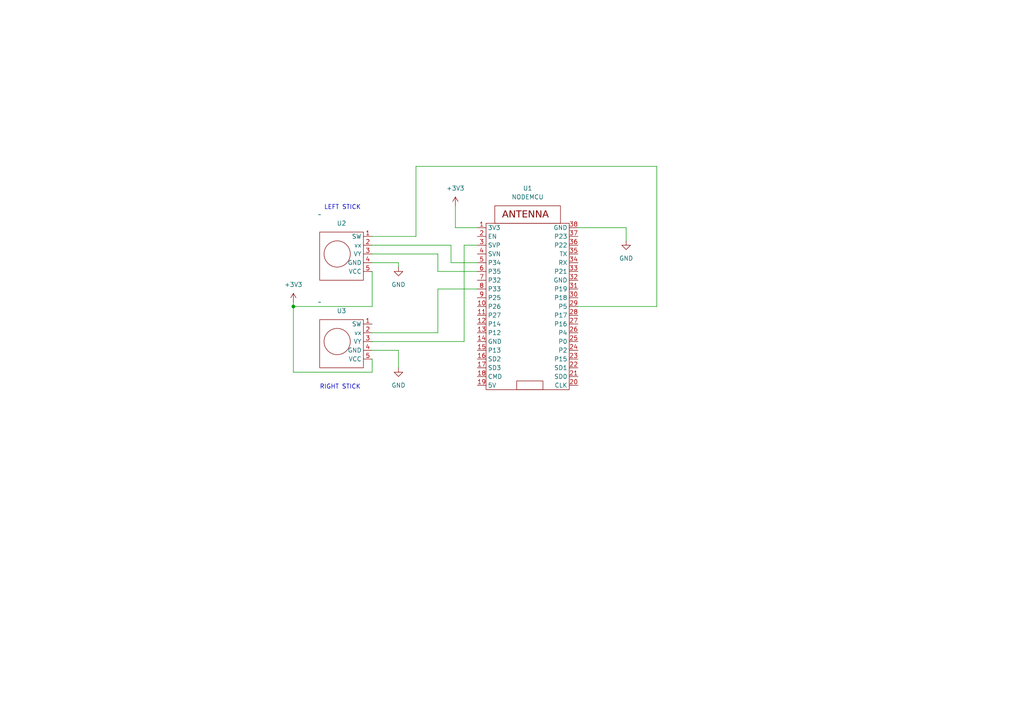
<source format=kicad_sch>
(kicad_sch (version 20230121) (generator eeschema)
  (paper "A4")
  (lib_symbols
    (symbol "custom-modules:AITHINKER-NODEMCU"
      (property "Reference" "U" (at 12.7 8.89 0))
      (property "Value" "NODEMCU" (at 12.7 6.35 0))
      (symbol "AITHINKER-NODEMCU_0_1"
        (rectangle (start 0 0) (end 24.13 -48.26))
        (rectangle (start 2.54 5.08) (end 21.59 0))
      )
      (symbol "AITHINKER-NODEMCU_1_1"
        (rectangle (start 8.89 -45.72) (end 16.51 -48.26))
        (text "ANTENNA" (at 11.43 2.54 0) (effects (font (size 2 2))))
        (pin input line (at -2.54 -1.27 0) (length 2.54) (name "3V3") (number "1"))
        (pin input line (at -2.54 -24.13 0) (length 2.54) (name "P26") (number "10"))
        (pin input line (at -2.54 -26.67 0) (length 2.54) (name "P27") (number "11"))
        (pin input line (at -2.54 -29.21 0) (length 2.54) (name "P14") (number "12"))
        (pin input line (at -2.54 -31.75 0) (length 2.54) (name "P12") (number "13"))
        (pin input line (at -2.54 -34.29 0) (length 2.54) (name "GND") (number "14"))
        (pin input line (at -2.54 -36.83 0) (length 2.54) (name "P13") (number "15"))
        (pin input line (at -2.54 -39.37 0) (length 2.54) (name "SD2") (number "16"))
        (pin input line (at -2.54 -41.91 0) (length 2.54) (name "SD3") (number "17"))
        (pin input line (at -2.54 -44.45 0) (length 2.54) (name "CMD") (number "18"))
        (pin input line (at -2.54 -46.99 0) (length 2.54) (name "5V") (number "19"))
        (pin input line (at -2.54 -3.81 0) (length 2.54) (name "EN") (number "2"))
        (pin input line (at 26.67 -46.99 180) (length 2.54) (name "CLK") (number "20"))
        (pin input line (at 26.67 -44.45 180) (length 2.54) (name "SD0") (number "21"))
        (pin input line (at 26.67 -41.91 180) (length 2.54) (name "SD1") (number "22"))
        (pin input line (at 26.67 -39.37 180) (length 2.54) (name "P15") (number "23"))
        (pin input line (at 26.67 -36.83 180) (length 2.54) (name "P2") (number "24"))
        (pin input line (at 26.67 -34.29 180) (length 2.54) (name "P0") (number "25"))
        (pin input line (at 26.67 -31.75 180) (length 2.54) (name "P4") (number "26"))
        (pin input line (at 26.67 -29.21 180) (length 2.54) (name "P16") (number "27"))
        (pin input line (at 26.67 -26.67 180) (length 2.54) (name "P17") (number "28"))
        (pin input line (at 26.67 -24.13 180) (length 2.54) (name "P5") (number "29"))
        (pin input line (at -2.54 -6.35 0) (length 2.54) (name "SVP") (number "3"))
        (pin input line (at 26.67 -21.59 180) (length 2.54) (name "P18") (number "30"))
        (pin input line (at 26.67 -19.05 180) (length 2.54) (name "P19") (number "31"))
        (pin input line (at 26.67 -16.51 180) (length 2.54) (name "GND") (number "32"))
        (pin input line (at 26.67 -13.97 180) (length 2.54) (name "P21") (number "33"))
        (pin input line (at 26.67 -11.43 180) (length 2.54) (name "RX") (number "34"))
        (pin input line (at 26.67 -8.89 180) (length 2.54) (name "TX") (number "35"))
        (pin input line (at 26.67 -6.35 180) (length 2.54) (name "P22") (number "36"))
        (pin input line (at 26.67 -3.81 180) (length 2.54) (name "P23") (number "37"))
        (pin input line (at 26.67 -1.27 180) (length 2.54) (name "GND") (number "38"))
        (pin input line (at -2.54 -8.89 0) (length 2.54) (name "SVN") (number "4"))
        (pin input line (at -2.54 -11.43 0) (length 2.54) (name "P34") (number "5"))
        (pin input line (at -2.54 -13.97 0) (length 2.54) (name "P35") (number "6"))
        (pin input line (at -2.54 -16.51 0) (length 2.54) (name "P32") (number "7"))
        (pin input line (at -2.54 -19.05 0) (length 2.54) (name "P33") (number "8"))
        (pin input line (at -2.54 -21.59 0) (length 2.54) (name "P25") (number "9"))
      )
    )
    (symbol "custom-modules:gaming-pad"
      (property "Reference" "U" (at 1.27 3.81 0))
      (symbol "gaming-pad_0_1"
        (rectangle (start 1.27 -1.27) (end 13.97 -15.24))
        (circle (center 6.35 -7.62) (radius 3.81))
      )
      (symbol "gaming-pad_1_1"
        (pin input line (at 16.51 -2.54 180) (length 2.54) (name "SW") (number "1"))
        (pin input line (at 16.51 -5.08 180) (length 2.54) (name "vx") (number "2"))
        (pin input line (at 16.51 -7.62 180) (length 2.54) (name "VY") (number "3"))
        (pin input line (at 16.51 -10.16 180) (length 2.54) (name "GND") (number "4"))
        (pin input line (at 16.51 -12.7 180) (length 2.54) (name "VCC") (number "5"))
      )
    )
    (symbol "power:+3V3" (power) (pin_names (offset 0))
      (property "Value" "+3V3" (at 0 3.556 0))
      (symbol "+3V3_0_1"
        (polyline (pts (xy -0.762 1.27) (xy 0 2.54)))
        (polyline (pts (xy 0 0) (xy 0 2.54)))
        (polyline (pts (xy 0 2.54) (xy 0.762 1.27)))
      )
      (symbol "+3V3_1_1"
        (pin power_in line (at 0 0 90) (length 0) hide (name "+3V3") (number "1"))
      )
    )
    (symbol "power:GND" (power) (pin_names (offset 0))
      (property "Value" "GND" (at 0 -3.81 0))
      (symbol "GND_0_1"
        (polyline (pts (xy 0 0) (xy 0 -1.27) (xy 1.27 -1.27) (xy 0 -2.54) (xy -1.27 -1.27) (xy 0 -1.27)))
      )
      (symbol "GND_1_1"
        (pin power_in line (at 0 0 270) (length 0) hide (name "GND") (number "1"))
      )
    )
  )
  (junction (at 85.09 88.9))
  (wire (pts (xy 115.57 76.2) (xy 115.57 77.47)))
  (wire (pts (xy 107.95 71.12) (xy 130.81 71.12)))
  (wire (pts (xy 130.81 71.12) (xy 130.81 76.2)))
  (wire (pts (xy 132.08 59.69) (xy 132.08 66.04)))
  (wire (pts (xy 127 83.82) (xy 138.43 83.82)))
  (wire (pts (xy 107.95 76.2) (xy 115.57 76.2)))
  (wire (pts (xy 107.95 73.66) (xy 127 73.66)))
  (wire (pts (xy 107.95 99.06) (xy 134.62 99.06)))
  (wire (pts (xy 115.57 106.68) (xy 115.57 101.6)))
  (wire (pts (xy 181.61 69.85) (xy 181.61 66.04)))
  (wire (pts (xy 167.64 66.04) (xy 181.61 66.04)))
  (wire (pts (xy 190.5 88.9) (xy 167.64 88.9)))
  (wire (pts (xy 85.09 88.9) (xy 85.09 107.95)))
  (wire (pts (xy 107.95 78.74) (xy 107.95 88.9)))
  (wire (pts (xy 134.62 99.06) (xy 134.62 71.12)))
  (wire (pts (xy 127 78.74) (xy 138.43 78.74)))
  (wire (pts (xy 85.09 107.95) (xy 107.95 107.95)))
  (wire (pts (xy 127 96.52) (xy 127 83.82)))
  (wire (pts (xy 107.95 88.9) (xy 85.09 88.9)))
  (wire (pts (xy 120.65 68.58) (xy 120.65 48.26)))
  (wire (pts (xy 107.95 68.58) (xy 120.65 68.58)))
  (wire (pts (xy 107.95 96.52) (xy 127 96.52)))
  (wire (pts (xy 107.95 107.95) (xy 107.95 104.14)))
  (wire (pts (xy 115.57 101.6) (xy 107.95 101.6)))
  (wire (pts (xy 138.43 66.04) (xy 132.08 66.04)))
  (wire (pts (xy 120.65 48.26) (xy 190.5 48.26)))
  (wire (pts (xy 134.62 71.12) (xy 138.43 71.12)))
  (wire (pts (xy 190.5 48.26) (xy 190.5 88.9)))
  (wire (pts (xy 127 73.66) (xy 127 78.74)))
  (wire (pts (xy 85.09 87.63) (xy 85.09 88.9)))
  (wire (pts (xy 130.81 76.2) (xy 138.43 76.2)))
  (text "RIGHT STICK\n" (at 92.71 113.03 0) (effects (font (size 1.27 1.27)) (justify left bottom)))
  (text "LEFT STICK\n" (at 93.98 60.96 0) (effects (font (size 1.27 1.27)) (justify left bottom)))
  (symbol (lib_id "power:+3V3") (at 132.08 59.69 0) (unit 1)
    (property "Reference" "#PWR04" (effects hide))
    (property "Value" "+3V3" (at 132.08 54.61 0))
  )
  (symbol (lib_id "power:GND") (at 115.57 106.68 0) (unit 1)
    (property "Reference" "#PWR02" (effects hide))
    (property "Value" "GND" (at 115.57 111.76 0))
  )
  (symbol (lib_id "power:+3V3") (at 85.09 87.63 0) (unit 1)
    (property "Reference" "#PWR05" (effects hide))
    (property "Value" "+3V3" (at 85.09 82.55 0))
  )
  (symbol (lib_id "power:GND") (at 115.57 77.47 0) (unit 1)
    (property "Reference" "#PWR01" (effects hide))
    (property "Value" "GND" (at 115.57 82.55 0))
  )
  (symbol (lib_id "custom-modules:gaming-pad") (at 91.44 66.04 0) (unit 1)
    (property "Reference" "U2" (at 99.06 64.77 0))
    (property "Value" "~" (at 92.71 62.23 0))
  )
  (symbol (lib_id "custom-modules:AITHINKER-NODEMCU") (at 140.97 64.77 0) (unit 1)
    (property "Reference" "U1" (at 153.035 54.61 0))
    (property "Value" "NODEMCU" (at 153.035 57.15 0))
  )
  (symbol (lib_id "custom-modules:gaming-pad") (at 91.44 91.44 0) (unit 1)
    (property "Reference" "U3" (at 99.06 90.17 0))
    (property "Value" "~" (at 92.71 87.63 0))
  )
  (symbol (lib_id "power:GND") (at 181.61 69.85 0) (unit 1)
    (property "Reference" "#PWR03" (effects hide))
    (property "Value" "GND" (at 181.61 74.93 0))
  )
)
</source>
